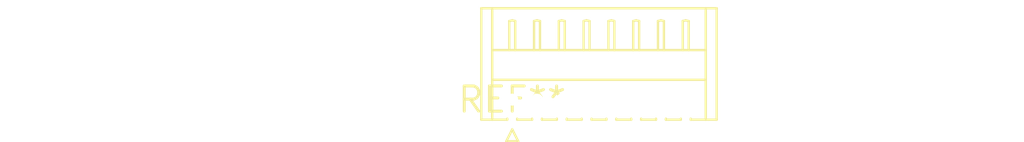
<source format=kicad_pcb>
(kicad_pcb (version 20240108) (generator pcbnew)
  (layers (0 "F.Cu" signal) (31 "B.Cu" signal) (34 "B.Paste" user) (35 "F.Paste" user) (36 "B.SilkS" user "B.Silkscreen") (37 "F.SilkS" user "F.Silkscreen") (38 "B.Mask" user) (39 "F.Mask" user) (44 "Edge.Cuts" user))
  (net 0 "")
  (footprint "Hirose_DF13-08P-1.25DS_1x08_P1.25mm_Horizontal" (layer "F.Cu") (at 0 0)
    (property "Reference" "REF**")
    (property "Value" "Hirose_DF13-08P-1.25DS_1x08_P1.25mm_Horizontal")
    (fp_line (start -1.56 -4.61) (end 10.31 -4.61) (layer "F.SilkS") (stroke (width 0.12)))
    (fp_line (start -1.56 1.01) (end -1.56 -4.61) (layer "F.SilkS") (stroke (width 0.12)))
    (fp_line (start -1.01 -4.61) (end -1.01 1.01) (layer "F.SilkS") (stroke (width 0.12)))
    (fp_line (start -1.01 -2.5) (end 9.76 -2.5) (layer "F.SilkS") (stroke (width 0.12)))
    (fp_line (start -1.01 -1) (end 9.76 -1) (layer "F.SilkS") (stroke (width 0.12)))
    (fp_line (start -0.3 2.1) (end 0.3 2.1) (layer "F.SilkS") (stroke (width 0.12)))
    (fp_line (start -0.25 0.96) (end -0.25 1.01) (layer "F.SilkS") (stroke (width 0.12)))
    (fp_line (start -0.25 1.01) (end -1.56 1.01) (layer "F.SilkS") (stroke (width 0.12)))
    (fp_line (start -0.15 -3.9625) (end 0 -4) (layer "F.SilkS") (stroke (width 0.12)))
    (fp_line (start -0.15 -2.5) (end -0.15 -3.9625) (layer "F.SilkS") (stroke (width 0.12)))
    (fp_line (start 0 -4) (end 0.15 -3.9625) (layer "F.SilkS") (stroke (width 0.12)))
    (fp_line (start 0 1.5) (end -0.3 2.1) (layer "F.SilkS") (stroke (width 0.12)))
    (fp_line (start 0.15 -3.9625) (end 0.15 -2.5) (layer "F.SilkS") (stroke (width 0.12)))
    (fp_line (start 0.25 0.96) (end 0.25 1.01) (layer "F.SilkS") (stroke (width 0.12)))
    (fp_line (start 0.25 1.01) (end 1 1.01) (layer "F.SilkS") (stroke (width 0.12)))
    (fp_line (start 0.3 2.1) (end 0 1.5) (layer "F.SilkS") (stroke (width 0.12)))
    (fp_line (start 1 1.01) (end 1 0.96) (layer "F.SilkS") (stroke (width 0.12)))
    (fp_line (start 1.1 -3.9625) (end 1.25 -4) (layer "F.SilkS") (stroke (width 0.12)))
    (fp_line (start 1.1 -2.5) (end 1.1 -3.9625) (layer "F.SilkS") (stroke (width 0.12)))
    (fp_line (start 1.25 -4) (end 1.4 -3.9625) (layer "F.SilkS") (stroke (width 0.12)))
    (fp_line (start 1.4 -3.9625) (end 1.4 -2.5) (layer "F.SilkS") (stroke (width 0.12)))
    (fp_line (start 1.5 0.96) (end 1.5 1.01) (layer "F.SilkS") (stroke (width 0.12)))
    (fp_line (start 1.5 1.01) (end 2.25 1.01) (layer "F.SilkS") (stroke (width 0.12)))
    (fp_line (start 2.25 1.01) (end 2.25 0.96) (layer "F.SilkS") (stroke (width 0.12)))
    (fp_line (start 2.35 -3.9625) (end 2.5 -4) (layer "F.SilkS") (stroke (width 0.12)))
    (fp_line (start 2.35 -2.5) (end 2.35 -3.9625) (layer "F.SilkS") (stroke (width 0.12)))
    (fp_line (start 2.5 -4) (end 2.65 -3.9625) (layer "F.SilkS") (stroke (width 0.12)))
    (fp_line (start 2.65 -3.9625) (end 2.65 -2.5) (layer "F.SilkS") (stroke (width 0.12)))
    (fp_line (start 2.75 0.96) (end 2.75 1.01) (layer "F.SilkS") (stroke (width 0.12)))
    (fp_line (start 2.75 1.01) (end 3.5 1.01) (layer "F.SilkS") (stroke (width 0.12)))
    (fp_line (start 3.5 1.01) (end 3.5 0.96) (layer "F.SilkS") (stroke (width 0.12)))
    (fp_line (start 3.6 -3.9625) (end 3.75 -4) (layer "F.SilkS") (stroke (width 0.12)))
    (fp_line (start 3.6 -2.5) (end 3.6 -3.9625) (layer "F.SilkS") (stroke (width 0.12)))
    (fp_line (start 3.75 -4) (end 3.9 -3.9625) (layer "F.SilkS") (stroke (width 0.12)))
    (fp_line (start 3.9 -3.9625) (end 3.9 -2.5) (layer "F.SilkS") (stroke (width 0.12)))
    (fp_line (start 4 0.96) (end 4 1.01) (layer "F.SilkS") (stroke (width 0.12)))
    (fp_line (start 4 1.01) (end 4.75 1.01) (layer "F.SilkS") (stroke (width 0.12)))
    (fp_line (start 4.75 1.01) (end 4.75 0.96) (layer "F.SilkS") (stroke (width 0.12)))
    (fp_line (start 4.85 -3.9625) (end 5 -4) (layer "F.SilkS") (stroke (width 0.12)))
    (fp_line (start 4.85 -2.5) (end 4.85 -3.9625) (layer "F.SilkS") (stroke (width 0.12)))
    (fp_line (start 5 -4) (end 5.15 -3.9625) (layer "F.SilkS") (stroke (width 0.12)))
    (fp_line (start 5.15 -3.9625) (end 5.15 -2.5) (layer "F.SilkS") (stroke (width 0.12)))
    (fp_line (start 5.25 0.96) (end 5.25 1.01) (layer "F.SilkS") (stroke (width 0.12)))
    (fp_line (start 5.25 1.01) (end 6 1.01) (layer "F.SilkS") (stroke (width 0.12)))
    (fp_line (start 6 1.01) (end 6 0.96) (layer "F.SilkS") (stroke (width 0.12)))
    (fp_line (start 6.1 -3.9625) (end 6.25 -4) (layer "F.SilkS") (stroke (width 0.12)))
    (fp_line (start 6.1 -2.5) (end 6.1 -3.9625) (layer "F.SilkS") (stroke (width 0.12)))
    (fp_line (start 6.25 -4) (end 6.4 -3.9625) (layer "F.SilkS") (stroke (width 0.12)))
    (fp_line (start 6.4 -3.9625) (end 6.4 -2.5) (layer "F.SilkS") (stroke (width 0.12)))
    (fp_line (start 6.5 0.96) (end 6.5 1.01) (layer "F.SilkS") (stroke (width 0.12)))
    (fp_line (start 6.5 1.01) (end 7.25 1.01) (layer "F.SilkS") (stroke (width 0.12)))
    (fp_line (start 7.25 1.01) (end 7.25 0.96) (layer "F.SilkS") (stroke (width 0.12)))
    (fp_line (start 7.35 -3.9625) (end 7.5 -4) (layer "F.SilkS") (stroke (width 0.12)))
    (fp_line (start 7.35 -2.5) (end 7.35 -3.9625) (layer "F.SilkS") (stroke (width 0.12)))
    (fp_line (start 7.5 -4) (end 7.65 -3.9625) (layer "F.SilkS") (stroke (width 0.12)))
    (fp_line (start 7.65 -3.9625) (end 7.65 -2.5) (layer "F.SilkS") (stroke (width 0.12)))
    (fp_line (start 7.75 0.96) (end 7.75 1.01) (layer "F.SilkS") (stroke (width 0.12)))
    (fp_line (start 7.75 1.01) (end 8.5 1.01) (layer "F.SilkS") (stroke (width 0.12)))
    (fp_line (start 8.5 1.01) (end 8.5 0.96) (layer "F.SilkS") (stroke (width 0.12)))
    (fp_line (start 8.6 -3.9625) (end 8.75 -4) (layer "F.SilkS") (stroke (width 0.12)))
    (fp_line (start 8.6 -2.5) (end 8.6 -3.9625) (layer "F.SilkS") (stroke (width 0.12)))
    (fp_line (start 8.75 -4) (end 8.9 -3.9625) (layer "F.SilkS") (stroke (width 0.12)))
    (fp_line (start 8.9 -3.9625) (end 8.9 -2.5) (layer "F.SilkS") (stroke (width 0.12)))
    (fp_line (start 9 1.01) (end 9 0.96) (layer "F.SilkS") (stroke (width 0.12)))
    (fp_line (start 9.76 -4.61) (end 9.76 1.01) (layer "F.SilkS") (stroke (width 0.12)))
    (fp_line (start 10.31 -4.61) (end 10.31 1.01) (layer "F.SilkS") (stroke (width 0.12)))
    (fp_line (start 10.31 1.01) (end 9 1.01) (layer "F.SilkS") (stroke (width 0.12)))
    (pad "1" thru_hole roundrect (at 0 0) (size 0.9 1.4) (drill 0.6) (layers *.Cu *.Mask) (remove_unused_layers))
    (pad "2" thru_hole oval (at 1.25 0) (size 0.9 1.4) (drill 0.6) (layers *.Cu *.Mask) (remove_unused_layers))
    (pad "3" thru_hole oval (at 2.5 0) (size 0.9 1.4) (drill 0.6) (layers *.Cu *.Mask) (remove_unused_layers))
    (pad "4" thru_hole oval (at 3.75 0) (size 0.9 1.4) (drill 0.6) (layers *.Cu *.Mask) (remove_unused_layers))
    (pad "5" thru_hole oval (at 5 0) (size 0.9 1.4) (drill 0.6) (layers *.Cu *.Mask) (remove_unused_layers))
    (pad "6" thru_hole oval (at 6.25 0) (size 0.9 1.4) (drill 0.6) (layers *.Cu *.Mask) (remove_unused_layers))
    (pad "7" thru_hole oval (at 7.5 0) (size 0.9 1.4) (drill 0.6) (layers *.Cu *.Mask) (remove_unused_layers))
    (pad "8" thru_hole oval (at 8.75 0) (size 0.9 1.4) (drill 0.6) (layers *.Cu *.Mask) (remove_unused_layers))
  )
)
</source>
